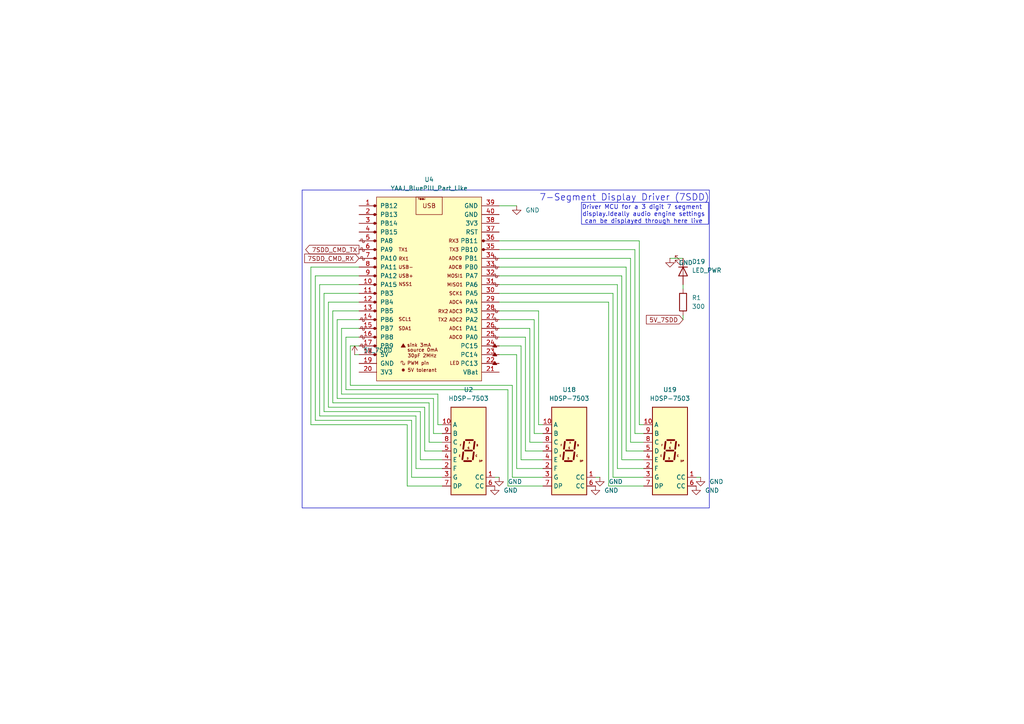
<source format=kicad_sch>
(kicad_sch (version 20250114) (generator "eeschema") (generator_version "9.0")
  (paper "A4")
  (title_block (date "2025-06") (rev "2"))
  (lib_symbols
    (symbol "Device:LED" (pin_numbers (hide yes)) (pin_names (offset 1.016) (hide yes))
      (property "Reference" "D" (at 0 2.54 0))
      (property "Value" "LED" (at 0 -2.54 0))
      (symbol "LED_0_1"
        (polyline (pts (xy -3.048 -0.762) (xy -4.572 -2.286) (xy -3.81 -2.286) (xy -4.572 -2.286) (xy -4.572 -1.524)))
        (polyline (pts (xy -1.778 -0.762) (xy -3.302 -2.286) (xy -2.54 -2.286) (xy -3.302 -2.286) (xy -3.302 -1.524)))
        (polyline (pts (xy -1.27 0) (xy 1.27 0)))
        (polyline (pts (xy -1.27 -1.27) (xy -1.27 1.27)) (stroke (width 0.254)))
        (polyline (pts (xy 1.27 -1.27) (xy 1.27 1.27) (xy -1.27 0) (xy 1.27 -1.27)) (stroke (width 0.254)))
      )
      (symbol "LED_1_1"
        (pin passive line (at -3.81 0 0) (length 2.54) (name "K") (number "1"))
        (pin passive line (at 3.81 0 180) (length 2.54) (name "A") (number "2"))
      )
    )
    (symbol "Device:R" (pin_numbers (hide yes)) (pin_names (offset 0))
      (property "Reference" "R" (at 2.032 0 90))
      (property "Value" "R" (at 0 0 90))
      (symbol "R_0_1"
        (rectangle (start -1.016 -2.54) (end 1.016 2.54) (stroke (width 0.254)))
      )
      (symbol "R_1_1"
        (pin passive line (at 0 3.81 270) (length 1.27) (name "~") (number "1"))
        (pin passive line (at 0 -3.81 90) (length 1.27) (name "~") (number "2"))
      )
    )
    (symbol "Display_Character:HDSP-7503"
      (property "Reference" "U" (at -3.81 13.97 0))
      (property "Value" "HDSP-7503" (at 6.35 13.97 0))
      (symbol "HDSP-7503_1_0"
        (text "E" (at -2.54 -1.397 0) (effects (font (size 0.508 0.508))))
        (text "F" (at -2.286 1.651 0) (effects (font (size 0.508 0.508))))
        (text "D" (at -0.254 -2.159 0) (effects (font (size 0.508 0.508))))
        (text "G" (at 0 0.889 0) (effects (font (size 0.508 0.508))))
        (text "A" (at 0.254 2.413 0) (effects (font (size 0.508 0.508))))
        (text "C" (at 2.286 -1.397 0) (effects (font (size 0.508 0.508))))
        (text "B" (at 2.54 1.651 0) (effects (font (size 0.508 0.508))))
        (text "DP" (at 3.556 -2.921 0) (effects (font (size 0.508 0.508))))
      )
      (symbol "HDSP-7503_1_1"
        (rectangle (start -5.08 12.7) (end 5.08 -12.7) (stroke (width 0.254)) (fill (type background)))
        (polyline (pts (xy -1.524 -0.381) (xy -1.778 -2.413)) (stroke (width 0.508)))
        (polyline (pts (xy -1.27 2.667) (xy -1.524 0.635)) (stroke (width 0.508)))
        (polyline (pts (xy -1.27 -2.921) (xy 0.762 -2.921)) (stroke (width 0.508)))
        (polyline (pts (xy -1.016 0.127) (xy 1.016 0.127)) (stroke (width 0.508)))
        (polyline (pts (xy -0.762 3.175) (xy 1.27 3.175)) (stroke (width 0.508)))
        (polyline (pts (xy 1.524 -0.381) (xy 1.27 -2.413)) (stroke (width 0.508)))
        (polyline (pts (xy 1.778 2.667) (xy 1.524 0.635)) (stroke (width 0.508)))
        (polyline (pts (xy 2.54 -2.921) (xy 2.54 -2.921)) (stroke (width 0.508)))
        (pin input line (at -7.62 7.62 0) (length 2.54) (name "A") (number "10"))
        (pin input line (at -7.62 5.08 0) (length 2.54) (name "B") (number "9"))
        (pin input line (at -7.62 2.54 0) (length 2.54) (name "C") (number "8"))
        (pin input line (at -7.62 0 0) (length 2.54) (name "D") (number "5"))
        (pin input line (at -7.62 -2.54 0) (length 2.54) (name "E") (number "4"))
        (pin input line (at -7.62 -5.08 0) (length 2.54) (name "F") (number "2"))
        (pin input line (at -7.62 -7.62 0) (length 2.54) (name "G") (number "3"))
        (pin input line (at -7.62 -10.16 0) (length 2.54) (name "DP") (number "7"))
        (pin input line (at 7.62 -7.62 180) (length 2.54) (name "CC") (number "1"))
        (pin input line (at 7.62 -10.16 180) (length 2.54) (name "CC") (number "6"))
      )
    )
    (symbol "YAAJ_BluePill_Part_Like:YAAJ_BluePill_Part_Like" (pin_names (offset 1.016))
      (property "Reference" "U" (at -12.7 25.4 0))
      (property "Value" "YAAJ_BluePill_Part_Like" (at 0 2.54 90))
      (symbol "YAAJ_BluePill_Part_Like_0_0"
        (circle (center -15.748 22.86) (radius 0.3556) (fill (type outline)))
        (circle (center -15.748 17.78) (radius 0.3556) (fill (type outline)))
        (circle (center -15.748 15.24) (radius 0.3556) (fill (type outline)))
        (circle (center -15.748 12.7) (radius 0.3556) (fill (type outline)))
        (circle (center -15.748 10.16) (radius 0.3556) (fill (type outline)))
        (circle (center -15.748 7.62) (radius 0.3556) (fill (type outline)))
        (circle (center -15.748 5.08) (radius 0.3556) (fill (type outline)))
        (circle (center -15.748 2.54) (radius 0.3556) (fill (type outline)))
        (circle (center -15.748 0) (radius 0.3556) (fill (type outline)))
        (circle (center -15.748 -2.54) (radius 0.3556) (fill (type outline)))
        (circle (center -15.748 -5.08) (radius 0.3556) (fill (type outline)))
        (circle (center -15.748 -7.62) (radius 0.3556) (fill (type outline)))
        (circle (center -15.748 -10.16) (radius 0.3556) (fill (type outline)))
        (circle (center -15.748 -12.7) (radius 0.3556) (fill (type outline)))
        (circle (center -15.748 -15.24) (radius 0.3556) (fill (type outline)))
        (circle (center -15.748 -17.78) (radius 0.3556) (fill (type outline)))
        (circle (center -15.748 -20.32) (radius 0.3556) (fill (type outline)))
        (polyline (pts (xy -8.128 -18.161) (xy -7.493 -17.145) (xy -6.858 -18.161) (xy -8.128 -18.161) (xy -7.493 -17.272) (xy -6.985 -18.161) (xy -8.001 -18.034) (xy -7.493 -17.399) (xy -7.112 -18.161) (xy -7.874 -17.907) (xy -7.366 -17.526) (xy -7.239 -18.161) (xy -7.747 -17.78) (xy -7.239 -17.653) (xy -7.366 -18.034) (xy -7.62 -17.78) (xy -7.366 -17.907) (xy -7.493 -17.653)))
        (circle (center -7.493 -24.765) (radius 0.127) (fill (type outline)))
        (circle (center -7.493 -24.765) (radius 0.254))
        (circle (center -7.493 -24.765) (radius 0.3556))
        (circle (center 15.748 12.7) (radius 0.254) (fill (type outline)))
        (circle (center 15.748 12.7) (radius 0.3556))
        (circle (center 15.748 10.16) (radius 0.254) (fill (type outline)))
        (circle (center 15.748 10.16) (radius 0.3556))
        (polyline (pts (xy 18.415 -18.161) (xy 19.05 -17.145) (xy 19.685 -18.161) (xy 18.415 -18.161) (xy 19.05 -17.272) (xy 19.558 -18.161) (xy 18.542 -18.034) (xy 19.05 -17.399) (xy 19.431 -18.161) (xy 18.669 -17.907) (xy 19.177 -17.526) (xy 19.304 -18.161) (xy 18.796 -17.78) (xy 19.304 -17.653) (xy 19.177 -18.034) (xy 18.923 -17.78) (xy 19.177 -17.907) (xy 19.05 -17.653)))
        (polyline (pts (xy 18.415 -20.701) (xy 19.05 -19.685) (xy 19.685 -20.701) (xy 18.415 -20.701) (xy 19.05 -19.812) (xy 19.558 -20.701) (xy 18.542 -20.574) (xy 19.05 -19.939) (xy 19.431 -20.701) (xy 18.669 -20.447) (xy 19.177 -20.066) (xy 19.304 -20.701) (xy 18.796 -20.32) (xy 19.304 -20.193) (xy 19.177 -20.574) (xy 18.923 -20.32) (xy 19.177 -20.447) (xy 19.05 -20.193)))
        (polyline (pts (xy 18.415 -23.241) (xy 19.05 -22.225) (xy 19.685 -23.241) (xy 18.415 -23.241) (xy 19.05 -22.352) (xy 19.558 -23.241) (xy 18.542 -23.114) (xy 19.05 -22.479) (xy 19.431 -23.241) (xy 18.669 -22.987) (xy 19.177 -22.606) (xy 19.304 -23.241) (xy 18.796 -22.86) (xy 19.304 -22.733) (xy 19.177 -23.114) (xy 18.923 -22.86) (xy 19.177 -22.987) (xy 19.05 -22.733)))
        (text "TX1" (at -7.493 10.16 0) (effects (font (size 0.9906 0.9906))))
        (text "RX1" (at -7.366 7.493 0) (effects (font (size 0.9906 0.9906))))
        (text "SCL1" (at -6.985 -10.033 0) (effects (font (size 0.9906 0.9906))))
        (text "SDA1" (at -6.985 -12.7 0) (effects (font (size 0.9906 0.9906))))
        (text "NSS1" (at -6.858 0.127 0) (effects (font (size 0.9906 0.9906))))
        (text "USB-" (at -6.731 5.08 0) (effects (font (size 0.9906 0.9906))))
        (text "USB+" (at -6.731 2.54 0) (effects (font (size 0.9906 0.9906))))
        (text "PWM pin" (at -3.175 -22.733 0) (effects (font (size 0.9906 0.9906))))
        (text "sink 3mA" (at -2.921 -17.526 0) (effects (font (size 0.9906 0.9906))))
        (text "Y@@J" (at -2.159 24.892 0) (effects (font (size 0.508 0.508))))
        (text "30pF 2MHz" (at -2.032 -20.574 0) (effects (font (size 0.9906 0.9906))))
        (text "5V tolerant" (at -2.032 -24.765 0) (effects (font (size 0.9906 0.9906))))
        (text "source 0mA" (at -1.905 -18.923 0) (effects (font (size 0.9906 0.9906))))
        (text "USB" (at 0 22.86 0) (effects (font (size 1.27 1.27))))
        (text "TX2" (at 3.937 -10.16 0) (effects (font (size 0.9906 0.9906))))
        (text "RX2" (at 4.064 -7.747 0) (effects (font (size 0.9906 0.9906))))
        (text "RX3" (at 7.112 12.7 0) (effects (font (size 0.9906 0.9906))))
        (text "TX3" (at 7.239 10.16 0) (effects (font (size 0.9906 0.9906))))
        (text "LED" (at 7.366 -22.733 0) (effects (font (size 0.9906 0.9906))))
        (text "MOSI1" (at 7.493 2.54 0) (effects (font (size 0.9906 0.9906))))
        (text "MISO1" (at 7.493 0 0) (effects (font (size 0.9906 0.9906))))
        (text "ADC9" (at 7.62 7.62 0) (effects (font (size 0.9906 0.9906))))
        (text "ADC8" (at 7.62 5.08 0) (effects (font (size 0.9906 0.9906))))
        (text "SCK1" (at 7.747 -2.54 0) (effects (font (size 0.9906 0.9906))))
        (text "ADC4" (at 7.747 -5.08 0) (effects (font (size 0.9906 0.9906))))
        (text "ADC3" (at 7.747 -7.747 0) (effects (font (size 0.9906 0.9906))))
        (text "ADC2" (at 7.747 -10.16 0) (effects (font (size 0.9906 0.9906))))
        (text "ADC1" (at 7.747 -12.7 0) (effects (font (size 0.9906 0.9906))))
        (text "ADC0" (at 7.747 -15.24 0) (effects (font (size 0.9906 0.9906))))
      )
      (symbol "YAAJ_BluePill_Part_Like_0_1"
        (polyline (pts (xy -18.796 12.7) (xy -18.796 12.192) (xy -19.304 12.192) (xy -19.304 13.208) (xy -19.812 13.208) (xy -19.812 12.7)))
        (polyline (pts (xy -18.796 10.16) (xy -18.796 9.652) (xy -19.304 9.652) (xy -19.304 10.668) (xy -19.812 10.668) (xy -19.812 10.16)))
        (polyline (pts (xy -18.796 7.62) (xy -18.796 7.112) (xy -19.304 7.112) (xy -19.304 8.128) (xy -19.812 8.128) (xy -19.812 7.62)))
        (polyline (pts (xy -18.796 -10.16) (xy -18.796 -10.668) (xy -19.304 -10.668) (xy -19.304 -9.652) (xy -19.812 -9.652) (xy -19.812 -10.16)))
        (polyline (pts (xy -18.796 -12.7) (xy -18.796 -13.208) (xy -19.304 -13.208) (xy -19.304 -12.192) (xy -19.812 -12.192) (xy -19.812 -12.7)))
        (polyline (pts (xy -18.796 -15.24) (xy -18.796 -15.748) (xy -19.304 -15.748) (xy -19.304 -14.732) (xy -19.812 -14.732) (xy -19.812 -15.24)))
        (polyline (pts (xy -18.796 -17.78) (xy -18.796 -18.288) (xy -19.304 -18.288) (xy -19.304 -17.272) (xy -19.812 -17.272) (xy -19.812 -17.78)))
        (rectangle (start -15.24 25.4) (end 15.24 -27.94) (fill (type background)))
        (polyline (pts (xy -7.112 -22.733) (xy -7.112 -23.241) (xy -7.62 -23.241) (xy -7.62 -22.225) (xy -8.128 -22.225) (xy -8.128 -22.733)))
        (rectangle (start 3.81 25.4) (end -3.81 20.32))
        (polyline (pts (xy 19.812 7.62) (xy 19.812 7.112) (xy 19.304 7.112) (xy 19.304 8.128) (xy 18.796 8.128) (xy 18.796 7.62)))
        (polyline (pts (xy 19.812 5.08) (xy 19.812 4.572) (xy 19.304 4.572) (xy 19.304 5.588) (xy 18.796 5.588) (xy 18.796 5.08)))
        (polyline (pts (xy 19.812 2.54) (xy 19.812 2.032) (xy 19.304 2.032) (xy 19.304 3.048) (xy 18.796 3.048) (xy 18.796 2.54)))
        (polyline (pts (xy 19.812 0) (xy 19.812 -0.508) (xy 19.304 -0.508) (xy 19.304 0.508) (xy 18.796 0.508) (xy 18.796 0)))
        (polyline (pts (xy 19.812 -7.62) (xy 19.812 -8.128) (xy 19.304 -8.128) (xy 19.304 -7.112) (xy 18.796 -7.112) (xy 18.796 -7.62)))
        (polyline (pts (xy 19.812 -10.16) (xy 19.812 -10.668) (xy 19.304 -10.668) (xy 19.304 -9.652) (xy 18.796 -9.652) (xy 18.796 -10.16)))
        (polyline (pts (xy 19.812 -12.7) (xy 19.812 -13.208) (xy 19.304 -13.208) (xy 19.304 -12.192) (xy 18.796 -12.192) (xy 18.796 -12.7)))
        (polyline (pts (xy 19.812 -15.24) (xy 19.812 -15.748) (xy 19.304 -15.748) (xy 19.304 -14.732) (xy 18.796 -14.732) (xy 18.796 -15.24)))
      )
      (symbol "YAAJ_BluePill_Part_Like_1_1"
        (circle (center -15.748 20.32) (radius 0.3556) (fill (type outline)))
        (pin bidirectional line (at -20.32 22.86 0) (length 5.08) (name "PB12") (number "1"))
        (pin bidirectional line (at -20.32 20.32 0) (length 5.08) (name "PB13") (number "2"))
        (pin bidirectional line (at -20.32 17.78 0) (length 5.08) (name "PB14") (number "3"))
        (pin bidirectional line (at -20.32 15.24 0) (length 5.08) (name "PB15") (number "4"))
        (pin bidirectional line (at -20.32 12.7 0) (length 5.08) (name "PA8") (number "5"))
        (pin bidirectional line (at -20.32 10.16 0) (length 5.08) (name "PA9") (number "6"))
        (pin bidirectional line (at -20.32 7.62 0) (length 5.08) (name "PA10") (number "7"))
        (pin bidirectional line (at -20.32 5.08 0) (length 5.08) (name "PA11") (number "8"))
        (pin bidirectional line (at -20.32 2.54 0) (length 5.08) (name "PA12") (number "9"))
        (pin bidirectional line (at -20.32 0 0) (length 5.08) (name "PA15") (number "10"))
        (pin bidirectional line (at -20.32 -2.54 0) (length 5.08) (name "PB3") (number "11"))
        (pin bidirectional line (at -20.32 -5.08 0) (length 5.08) (name "PB4") (number "12"))
        (pin bidirectional line (at -20.32 -7.62 0) (length 5.08) (name "PB5") (number "13"))
        (pin bidirectional line (at -20.32 -10.16 0) (length 5.08) (name "PB6") (number "14"))
        (pin bidirectional line (at -20.32 -12.7 0) (length 5.08) (name "PB7") (number "15"))
        (pin bidirectional line (at -20.32 -15.24 0) (length 5.08) (name "PB8") (number "16"))
        (pin bidirectional line (at -20.32 -17.78 0) (length 5.08) (name "PB9") (number "17"))
        (pin power_in line (at -20.32 -20.32 0) (length 5.08) (name "5V") (number "18"))
        (pin power_in line (at -20.32 -22.86 0) (length 5.08) (name "GND") (number "19"))
        (pin power_in line (at -20.32 -25.4 0) (length 5.08) (name "3V3") (number "20"))
        (pin power_in line (at 20.32 22.86 180) (length 5.08) (name "GND") (number "39"))
        (pin power_in line (at 20.32 20.32 180) (length 5.08) (name "GND") (number "40"))
        (pin power_in line (at 20.32 17.78 180) (length 5.08) (name "3V3") (number "38"))
        (pin input line (at 20.32 15.24 180) (length 5.08) (name "RST") (number "37"))
        (pin bidirectional line (at 20.32 12.7 180) (length 5.08) (name "PB11") (number "36"))
        (pin bidirectional line (at 20.32 10.16 180) (length 5.08) (name "PB10") (number "35"))
        (pin bidirectional line (at 20.32 7.62 180) (length 5.08) (name "PB1") (number "34"))
        (pin bidirectional line (at 20.32 5.08 180) (length 5.08) (name "PB0") (number "33"))
        (pin bidirectional line (at 20.32 2.54 180) (length 5.08) (name "PA7") (number "32"))
        (pin bidirectional line (at 20.32 0 180) (length 5.08) (name "PA6") (number "31"))
        (pin bidirectional line (at 20.32 -2.54 180) (length 5.08) (name "PA5") (number "30"))
        (pin bidirectional line (at 20.32 -5.08 180) (length 5.08) (name "PA4") (number "29"))
        (pin bidirectional line (at 20.32 -7.62 180) (length 5.08) (name "PA3") (number "28"))
        (pin bidirectional line (at 20.32 -10.16 180) (length 5.08) (name "PA2") (number "27"))
        (pin bidirectional line (at 20.32 -12.7 180) (length 5.08) (name "PA1") (number "26"))
        (pin bidirectional line (at 20.32 -15.24 180) (length 5.08) (name "PA0") (number "25"))
        (pin bidirectional line (at 20.32 -17.78 180) (length 5.08) (name "PC15") (number "24"))
        (pin bidirectional line (at 20.32 -20.32 180) (length 5.08) (name "PC14") (number "23"))
        (pin bidirectional line (at 20.32 -22.86 180) (length 5.08) (name "PC13") (number "22"))
        (pin power_in line (at 20.32 -25.4 180) (length 5.08) (name "VBat") (number "21"))
      )
    )
    (symbol "power:+5V" (power) (pin_numbers (hide yes)) (pin_names (offset 0) (hide yes))
      (property "Value" "+5V" (at 0 3.556 0))
      (symbol "+5V_0_1"
        (polyline (pts (xy -0.762 1.27) (xy 0 2.54)))
        (polyline (pts (xy 0 2.54) (xy 0.762 1.27)))
        (polyline (pts (xy 0 0) (xy 0 2.54)))
      )
      (symbol "+5V_1_1"
        (pin power_in line (at 0 0 90) (length 0) (name "~") (number "1"))
      )
    )
    (symbol "power:GND" (power) (pin_numbers (hide yes)) (pin_names (offset 0) (hide yes))
      (property "Value" "GND" (at 0 -3.81 0))
      (symbol "GND_0_1"
        (polyline (pts (xy 0 0) (xy 0 -1.27) (xy 1.27 -1.27) (xy 0 -2.54) (xy -1.27 -1.27) (xy 0 -1.27)))
      )
      (symbol "GND_1_1"
        (pin power_in line (at 0 0 270) (length 0) (name "~") (number "1"))
      )
    )
  )
  (rectangle (start 87.63 55.118) (end 205.74 147.32))
  (rectangle (start 168.656 58.674) (end 205.486 65.024))
  (text "Driver MCU for a 3 digit 7 segment \ndisplay.Ideally audio engine settings\ncan be displayed through here live" (at 186.69 62.23 0) (effects (font (size 1.27 1.27))))
  (text "7-Segment Display Driver (7SDD)" (at 181.102 57.404 0) (effects (font (size 1.905 1.905))))
  (wire (pts (xy 184.15 72.39) (xy 144.78 72.39)))
  (wire (pts (xy 121.92 119.38) (xy 93.98 119.38)))
  (wire (pts (xy 118.11 123.19) (xy 118.11 140.97)))
  (wire (pts (xy 149.86 135.89) (xy 157.48 135.89)))
  (wire (pts (xy 120.65 135.89) (xy 128.27 135.89)))
  (wire (pts (xy 179.07 135.89) (xy 179.07 82.55)))
  (wire (pts (xy 157.48 128.27) (xy 153.67 128.27)))
  (wire (pts (xy 104.14 82.55) (xy 92.71 82.55)))
  (wire (pts (xy 124.46 128.27) (xy 124.46 116.84)))
  (wire (pts (xy 185.42 123.19) (xy 186.69 123.19)))
  (wire (pts (xy 144.78 87.63) (xy 176.53 87.63)))
  (wire (pts (xy 182.88 74.93) (xy 182.88 128.27)))
  (wire (pts (xy 154.94 92.71) (xy 154.94 125.73)))
  (wire (pts (xy 127 114.3) (xy 99.06 114.3)))
  (wire (pts (xy 144.78 69.85) (xy 185.42 69.85)))
  (wire (pts (xy 154.94 125.73) (xy 157.48 125.73)))
  (wire (pts (xy 92.71 82.55) (xy 92.71 120.65)))
  (wire (pts (xy 153.67 95.25) (xy 144.78 95.25)))
  (wire (pts (xy 120.65 120.65) (xy 120.65 135.89)))
  (wire (pts (xy 104.14 92.71) (xy 97.79 92.71)))
  (wire (pts (xy 144.78 80.01) (xy 180.34 80.01)))
  (wire (pts (xy 186.69 138.43) (xy 177.8 138.43)))
  (wire (pts (xy 201.93 138.43) (xy 203.2 138.43)))
  (wire (pts (xy 123.19 118.11) (xy 123.19 130.81)))
  (wire (pts (xy 97.79 115.57) (xy 125.73 115.57)))
  (wire (pts (xy 147.32 140.97) (xy 147.32 113.03)))
  (wire (pts (xy 179.07 82.55) (xy 144.78 82.55)))
  (wire (pts (xy 172.72 138.43) (xy 173.99 138.43)))
  (wire (pts (xy 93.98 85.09) (xy 104.14 85.09)))
  (wire (pts (xy 123.19 130.81) (xy 128.27 130.81)))
  (wire (pts (xy 100.33 97.79) (xy 104.14 97.79)))
  (wire (pts (xy 128.27 138.43) (xy 119.38 138.43)))
  (wire (pts (xy 177.8 85.09) (xy 144.78 85.09)))
  (wire (pts (xy 157.48 133.35) (xy 151.13 133.35)))
  (wire (pts (xy 198.12 92.71) (xy 198.12 91.44)))
  (wire (pts (xy 198.12 82.55) (xy 198.12 83.82)))
  (wire (pts (xy 157.48 140.97) (xy 147.32 140.97)))
  (wire (pts (xy 119.38 121.92) (xy 91.44 121.92)))
  (wire (pts (xy 180.34 80.01) (xy 180.34 133.35)))
  (wire (pts (xy 144.78 59.69) (xy 149.86 59.69)))
  (wire (pts (xy 127 123.19) (xy 127 114.3)))
  (wire (pts (xy 182.88 128.27) (xy 186.69 128.27)))
  (wire (pts (xy 156.21 123.19) (xy 157.48 123.19)))
  (wire (pts (xy 104.14 100.33) (xy 101.6 100.33)))
  (wire (pts (xy 102.87 102.87) (xy 104.14 102.87)))
  (wire (pts (xy 128.27 133.35) (xy 121.92 133.35)))
  (wire (pts (xy 125.73 115.57) (xy 125.73 125.73)))
  (wire (pts (xy 144.78 90.17) (xy 156.21 90.17)))
  (wire (pts (xy 144.78 92.71) (xy 154.94 92.71)))
  (wire (pts (xy 181.61 77.47) (xy 144.78 77.47)))
  (wire (pts (xy 99.06 114.3) (xy 99.06 95.25)))
  (wire (pts (xy 143.51 138.43) (xy 144.78 138.43)))
  (wire (pts (xy 186.69 125.73) (xy 184.15 125.73)))
  (wire (pts (xy 181.61 130.81) (xy 181.61 77.47)))
  (wire (pts (xy 151.13 100.33) (xy 144.78 100.33)))
  (wire (pts (xy 95.25 118.11) (xy 123.19 118.11)))
  (wire (pts (xy 148.59 111.76) (xy 148.59 138.43)))
  (wire (pts (xy 180.34 133.35) (xy 186.69 133.35)))
  (wire (pts (xy 101.6 111.76) (xy 148.59 111.76)))
  (wire (pts (xy 152.4 97.79) (xy 152.4 130.81)))
  (wire (pts (xy 177.8 138.43) (xy 177.8 85.09)))
  (wire (pts (xy 96.52 90.17) (xy 104.14 90.17)))
  (wire (pts (xy 176.53 140.97) (xy 186.69 140.97)))
  (wire (pts (xy 118.11 140.97) (xy 128.27 140.97)))
  (wire (pts (xy 128.27 123.19) (xy 127 123.19)))
  (wire (pts (xy 91.44 80.01) (xy 104.14 80.01)))
  (wire (pts (xy 194.31 74.93) (xy 198.12 74.93)))
  (wire (pts (xy 185.42 69.85) (xy 185.42 123.19)))
  (wire (pts (xy 148.59 138.43) (xy 157.48 138.43)))
  (wire (pts (xy 151.13 133.35) (xy 151.13 100.33)))
  (wire (pts (xy 144.78 102.87) (xy 149.86 102.87)))
  (wire (pts (xy 186.69 130.81) (xy 181.61 130.81)))
  (wire (pts (xy 153.67 128.27) (xy 153.67 95.25)))
  (wire (pts (xy 101.6 100.33) (xy 101.6 111.76)))
  (wire (pts (xy 97.79 92.71) (xy 97.79 115.57)))
  (wire (pts (xy 152.4 130.81) (xy 157.48 130.81)))
  (wire (pts (xy 95.25 87.63) (xy 95.25 118.11)))
  (wire (pts (xy 144.78 97.79) (xy 152.4 97.79)))
  (wire (pts (xy 96.52 116.84) (xy 96.52 90.17)))
  (wire (pts (xy 184.15 125.73) (xy 184.15 72.39)))
  (wire (pts (xy 104.14 87.63) (xy 95.25 87.63)))
  (wire (pts (xy 121.92 133.35) (xy 121.92 119.38)))
  (wire (pts (xy 100.33 113.03) (xy 100.33 97.79)))
  (wire (pts (xy 149.86 102.87) (xy 149.86 135.89)))
  (wire (pts (xy 147.32 113.03) (xy 100.33 113.03)))
  (wire (pts (xy 93.98 85.09) (xy 93.98 119.38)))
  (wire (pts (xy 90.17 123.19) (xy 118.11 123.19)))
  (wire (pts (xy 156.21 90.17) (xy 156.21 123.19)))
  (wire (pts (xy 176.53 87.63) (xy 176.53 140.97)))
  (wire (pts (xy 119.38 138.43) (xy 119.38 121.92)))
  (wire (pts (xy 144.78 74.93) (xy 182.88 74.93)))
  (wire (pts (xy 90.17 77.47) (xy 90.17 123.19)))
  (wire (pts (xy 104.14 77.47) (xy 90.17 77.47)))
  (wire (pts (xy 186.69 135.89) (xy 179.07 135.89)))
  (wire (pts (xy 99.06 95.25) (xy 104.14 95.25)))
  (wire (pts (xy 128.27 128.27) (xy 124.46 128.27)))
  (wire (pts (xy 92.71 120.65) (xy 120.65 120.65)))
  (wire (pts (xy 125.73 125.73) (xy 128.27 125.73)))
  (wire (pts (xy 91.44 121.92) (xy 91.44 80.01)))
  (wire (pts (xy 124.46 116.84) (xy 96.52 116.84)))
  (global_label "7SDD_CMD_TX" (shape output) (at 104.14 72.39 180) (property "Intersheetrefs" "${INTERSHEET_REFS}" (effects (hide yes))))
  (global_label "5V_7SDD" (shape input) (at 198.12 92.71 180) (property "Intersheetrefs" "${INTERSHEET_REFS}" (effects (hide yes))))
  (global_label "7SDD_CMD_RX" (shape input) (at 104.14 74.93 180) (property "Intersheetrefs" "${INTERSHEET_REFS}" (effects (hide yes))))
  (symbol (lib_id "Device:R") (at 198.12 87.63 0) (unit 1)
    (property "Reference" "R1" (at 200.66 86.3599 0) (effects (justify left)))
    (property "Value" "300" (at 200.66 88.8999 0) (effects (justify left)))
    (property "Footprint" "Resistor_SMD:R_0805_2012Metric_Pad1.20x1.40mm_HandSolder" (effects (hide yes)))
    (property "Description" "Resistor" (effects (hide yes)))
    (property "DigiKey_Part_Number" "311-10.0KCRCT-ND" (effects (hide yes)))
    (property "Price" "0.0129" (effects (hide yes)))
  )
  (symbol (lib_id "Display_Character:HDSP-7503") (at 194.31 130.81 0) (unit 1)
    (property "Reference" "U19" (at 194.31 113.03 0))
    (property "Value" "HDSP-7503" (at 194.31 115.57 0))
    (property "Footprint" "Display_7Segment:HDSP-A151" (effects (hide yes)))
    (property "Datasheet" "https://docs.broadcom.com/docs/AV02-2553EN" (effects (hide yes)))
    (property "Description" "One digit 7 segment high efficiency red, common cathode" (effects (hide yes)))
  )
  (symbol (lib_id "power:GND") (at 149.86 59.69 0) (unit 1)
    (property "Reference" "#PWR06" (effects (hide yes)))
    (property "Value" "GND" (at 152.4 60.9599 0) (effects (justify left)))
    (property "Description" "Power symbol creates a global label with name \"GND\" , ground" (effects (hide yes)))
  )
  (symbol (lib_id "Display_Character:HDSP-7503") (at 165.1 130.81 0) (unit 1)
    (property "Reference" "U18" (at 165.1 113.03 0))
    (property "Value" "HDSP-7503" (at 165.1 115.57 0))
    (property "Footprint" "Display_7Segment:HDSP-A151" (effects (hide yes)))
    (property "Datasheet" "https://docs.broadcom.com/docs/AV02-2553EN" (effects (hide yes)))
    (property "Description" "One digit 7 segment high efficiency red, common cathode" (effects (hide yes)))
  )
  (symbol (lib_id "power:GND") (at 172.72 140.97 0) (unit 1)
    (property "Reference" "#PWR010" (effects (hide yes)))
    (property "Value" "GND" (at 175.26 142.2399 0) (effects (justify left)))
    (property "Description" "Power symbol creates a global label with name \"GND\" , ground" (effects (hide yes)))
  )
  (symbol (lib_id "Display_Character:HDSP-7503") (at 135.89 130.81 0) (unit 1)
    (property "Reference" "U2" (at 135.89 113.03 0))
    (property "Value" "HDSP-7503" (at 135.89 115.57 0))
    (property "Footprint" "Display_7Segment:HDSP-A151" (effects (hide yes)))
    (property "Datasheet" "https://docs.broadcom.com/docs/AV02-2553EN" (effects (hide yes)))
    (property "Description" "One digit 7 segment high efficiency red, common cathode" (effects (hide yes)))
  )
  (symbol (lib_id "Device:LED") (at 198.12 78.74 270) (unit 1)
    (property "Reference" "D19" (at 200.66 75.8824 90) (effects (justify left)))
    (property "Value" "LED_PWR" (at 200.66 78.4224 90) (effects (justify left)))
    (property "Footprint" "LED_SMD:LED_0603_1608Metric" (effects (hide yes)))
    (property "Description" "Light emitting diode" (effects (hide yes)))
    (property "Sim.Pins" "1=K 2=A" (effects (hide yes)))
  )
  (symbol (lib_id "power:GND") (at 201.93 140.97 0) (unit 1)
    (property "Reference" "#PWR012" (effects (hide yes)))
    (property "Value" "GND" (at 204.47 142.2399 0) (effects (justify left)))
    (property "Description" "Power symbol creates a global label with name \"GND\" , ground" (effects (hide yes)))
  )
  (symbol (lib_id "power:GND") (at 194.31 74.93 0) (unit 1)
    (property "Reference" "#PWR014" (effects (hide yes)))
    (property "Value" "GND" (at 196.85 76.1999 0) (effects (justify left)))
    (property "Description" "Power symbol creates a global label with name \"GND\" , ground" (effects (hide yes)))
  )
  (symbol (lib_id "power:GND") (at 203.2 138.43 0) (unit 1)
    (property "Reference" "#PWR013" (effects (hide yes)))
    (property "Value" "GND" (at 205.74 139.6999 0) (effects (justify left)))
    (property "Description" "Power symbol creates a global label with name \"GND\" , ground" (effects (hide yes)))
  )
  (symbol (lib_id "power:GND") (at 173.99 138.43 0) (unit 1)
    (property "Reference" "#PWR011" (effects (hide yes)))
    (property "Value" "GND" (at 176.53 139.6999 0) (effects (justify left)))
    (property "Description" "Power symbol creates a global label with name \"GND\" , ground" (effects (hide yes)))
  )
  (symbol (lib_id "power:GND") (at 143.51 140.97 0) (unit 1)
    (property "Reference" "#PWR08" (effects (hide yes)))
    (property "Value" "GND" (at 146.05 142.2399 0) (effects (justify left)))
    (property "Description" "Power symbol creates a global label with name \"GND\" , ground" (effects (hide yes)))
  )
  (symbol (lib_id "power:+5V") (at 102.87 102.87 0) (unit 1)
    (property "Reference" "#PWR07" (effects (hide yes)))
    (property "Value" "5V_7SDD" (at 105.41 101.5999 0) (effects (justify left)))
    (property "Description" "Power symbol creates a global label with name \"+5V\"" (effects (hide yes)))
  )
  (symbol (lib_id "YAAJ_BluePill_Part_Like:YAAJ_BluePill_Part_Like") (at 124.46 82.55 0) (unit 1)
    (property "Reference" "U4" (at 124.46 52.07 0))
    (property "Value" "YAAJ_BluePill_Part_Like" (at 124.46 54.61 0))
    (property "Footprint" "Footprints:YAAJ_WeAct_BlackPill_SWD_2" (effects (hide yes)))
    (property "Description" "STM32 Blue Pill ; not KLC compliant" (effects (hide yes)))
  )
  (symbol (lib_id "power:GND") (at 144.78 138.43 0) (unit 1)
    (property "Reference" "#PWR09" (effects (hide yes)))
    (property "Value" "GND" (at 147.32 139.6999 0) (effects (justify left)))
    (property "Description" "Power symbol creates a global label with name \"GND\" , ground" (effects (hide yes)))
  )
)
</source>
